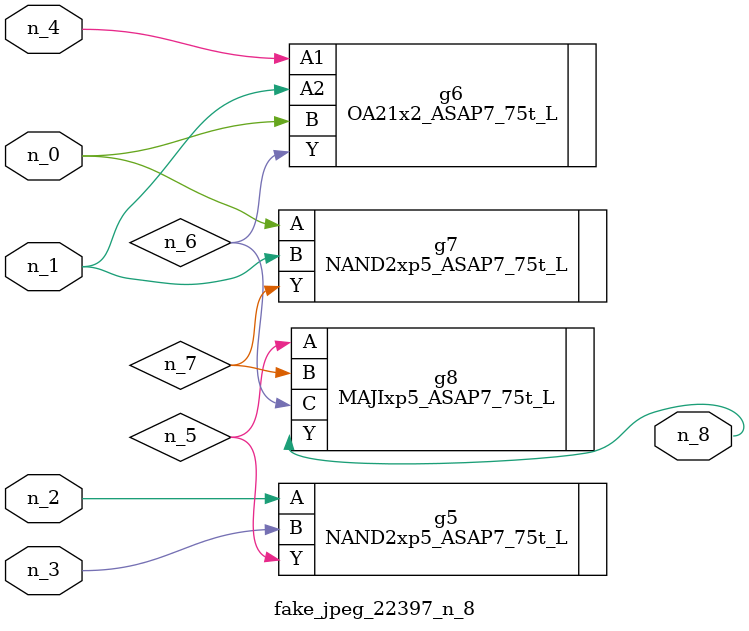
<source format=v>
module fake_jpeg_22397_n_8 (n_3, n_2, n_1, n_0, n_4, n_8);

input n_3;
input n_2;
input n_1;
input n_0;
input n_4;

output n_8;

wire n_6;
wire n_5;
wire n_7;

NAND2xp5_ASAP7_75t_L g5 ( 
.A(n_2),
.B(n_3),
.Y(n_5)
);

OA21x2_ASAP7_75t_L g6 ( 
.A1(n_4),
.A2(n_1),
.B(n_0),
.Y(n_6)
);

NAND2xp5_ASAP7_75t_L g7 ( 
.A(n_0),
.B(n_1),
.Y(n_7)
);

MAJIxp5_ASAP7_75t_L g8 ( 
.A(n_5),
.B(n_7),
.C(n_6),
.Y(n_8)
);


endmodule
</source>
